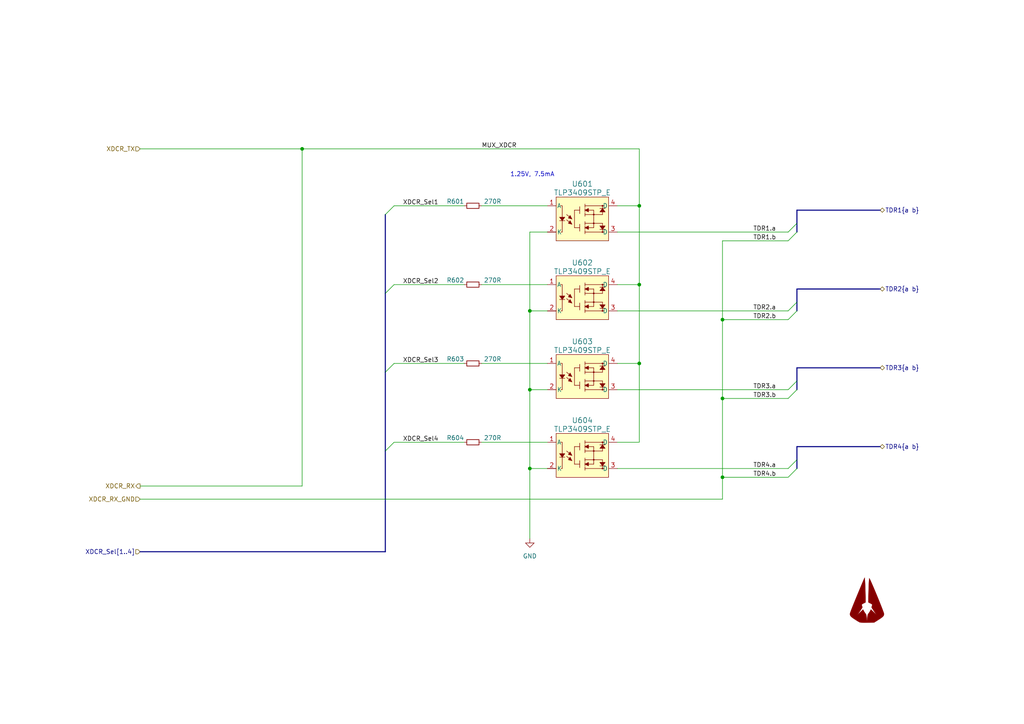
<source format=kicad_sch>
(kicad_sch (version 20230121) (generator eeschema)
  (paper "A4")
  (title_block (title "Velocity Sensor - Version 04") (date "2023-09-07") (rev "A") (company "Swiss Ocean Tech AG") (comment 1 "Designer: SNI, EVE"))
  (lib_symbols
    (symbol "Device:R_Small" (pin_numbers hide) (pin_names (offset 0.254) hide)
      (property "Reference" "R" (at 0.762 0.508 0))
      (property "Value" "R_Small" (at 0.762 -1.016 0))
      (symbol "R_Small_0_1"
        (rectangle (start -0.762 1.778) (end 0.762 -1.778) (stroke (width 0.2032)))
      )
      (symbol "R_Small_1_1"
        (pin passive line (at 0 2.54 270) (length 0.762) (name "~") (number "1"))
        (pin passive line (at 0 -2.54 90) (length 0.762) (name "~") (number "2"))
      )
    )
    (symbol "SOC_Logo:LOGO_AGU" (pin_names (offset 1.016))
      (symbol "LOGO_AGU_0_0"
        (polyline (pts (xy 0.0878 -6.5817) (xy 2.0806 -6.5616) (xy 3.3428 -5.7571) (xy 3.7441 -5.4975) (xy 4.1782 -5.1993) (xy 4.4948 -4.9505) (xy 4.7116 -4.7326) (xy 4.8463 -4.5267) (xy 4.9169 -4.3143) (xy 4.9409 -4.0766) (xy 4.9154 -3.9495) (xy 4.8325 -3.6865) (xy 4.6982 -3.3067) (xy 4.5188 -2.8254) (xy 4.3007 -2.2577) (xy 4.05 -1.619) (xy 3.7733 -0.9245) (xy 3.4766 -0.1893) (xy 3.1665 0.5711) (xy 2.8491 1.3417) (xy 2.5308 2.1072) (xy 2.2179 2.8523) (xy 1.9167 3.5617) (xy 1.6335 4.2204) (xy 1.3746 4.8129) (xy 1.1463 5.3242) (xy 0.9549 5.7389) (xy 0.8068 6.0417) (xy 0.7083 6.2176) (xy 0.6655 6.2512) (xy 0.6594 6.2245) (xy 0.6355 6.0296) (xy 0.609 5.6969) (xy 0.5808 5.2509) (xy 0.552 4.7161) (xy 0.5238 4.117) (xy 0.497 3.4782) (xy 0.4728 2.8243) (xy 0.4522 2.1797) (xy 0.4363 1.569) (xy 0.4261 1.0167) (xy 0.4226 0.5474) (xy 0.4233 -0.7256) (xy 0.9737 -0.997) (xy 1.0044 -1.0123) (xy 1.2673 -1.1558) (xy 1.4534 -1.2798) (xy 1.524 -1.3587) (xy 1.52 -1.3999) (xy 1.486 -1.5814) (xy 1.4284 -1.8285) (xy 1.3328 -2.2081) (xy 2.069 -3.3265) (xy 2.8051 -4.445) (xy 1.9857 -3.6149) (xy 1.8886 -3.5169) (xy 1.6022 -3.2321) (xy 1.368 -3.0054) (xy 1.2078 -2.8578) (xy 1.1438 -2.8106) (xy 1.1291 -2.8341) (xy 1.0553 -2.9712) (xy 0.9465 -3.1834) (xy 0.8709 -3.3218) (xy 0.6802 -3.628) (xy 0.4746 -3.9194) (xy 0.4606 -3.9379) (xy 0.328 -4.1239) (xy 0.241 -4.2924) (xy 0.1861 -4.4902) (xy 0.1499 -4.7638) (xy 0.1191 -5.1598) (xy 0.0991 -5.4109) (xy 0.0656 -5.7207) (xy 0.0311 -5.9327) (xy 0.0006 -6.0113) (xy -0.0192 -5.9745) (xy -0.0524 -5.8018) (xy -0.0859 -5.52) (xy -0.1147 -5.1648) (xy -0.1178 -5.1177) (xy -0.1471 -4.7382) (xy -0.1835 -4.476) (xy -0.2406 -4.2844) (xy -0.3319 -4.1161) (xy -0.4709 -3.9244) (xy -0.5847 -3.7681) (xy -0.7898 -3.4569) (xy -0.9465 -3.1834) (xy -1 -3.0781) (xy -1.0944 -2.8962) (xy -1.1401 -2.8143) (xy -1.1482 -2.8175) (xy -1.244 -2.8995) (xy -1.4299 -3.0744) (xy -1.6837 -3.3211) (xy -1.9833 -3.6186) (xy -2.8079 -4.445) (xy -2.0704 -3.3265) (xy -1.3329 -2.2081) (xy -1.4284 -1.8285) (xy -1.4555 -1.7172) (xy -1.5046 -1.4903) (xy -1.524 -1.3587) (xy -1.5232 -1.3532) (xy -1.4385 -1.2683) (xy -1.2425 -1.1411) (xy -0.9737 -0.997) (xy -0.4233 -0.7256) (xy -0.422 0.5474) (xy -0.4224 0.7045) (xy -0.4282 1.1676) (xy -0.4401 1.708) (xy -0.457 2.3034) (xy -0.478 2.9313) (xy -0.5022 3.5693) (xy -0.5285 4.195) (xy -0.556 4.7859) (xy -0.5837 5.3197) (xy -0.6106 5.7739) (xy -0.6359 6.1261) (xy -0.6584 6.3538) (xy -0.6772 6.4347) (xy -0.6851 6.4237) (xy -0.748 6.2919) (xy -0.8679 6.0213) (xy -1.0392 5.6251) (xy -1.2564 5.1162) (xy -1.5139 4.5075) (xy -1.8064 3.8121) (xy -2.1282 3.043) (xy -2.4739 2.213) (xy -2.838 1.3353) (xy -3.0126 0.9132) (xy -3.4507 -0.1505) (xy -3.8259 -1.0691) (xy -4.1412 -1.8502) (xy -4.3995 -2.5015) (xy -4.6039 -3.0306) (xy -4.7572 -3.4451) (xy -4.8625 -3.7527) (xy -4.9228 -3.9611) (xy -4.9409 -4.0779) (xy -4.9399 -4.1077) (xy -4.9062 -4.3573) (xy -4.8153 -4.583) (xy -4.6487 -4.8055) (xy -4.3879 -5.0452) (xy -4.0142 -5.3226) (xy -3.5091 -5.6582) (xy -3.3266 -5.7751) (xy -2.9347 -6.0221) (xy -2.588 -6.2356) (xy -2.3187 -6.3957) (xy -2.159 -6.4828) (xy -2.1376 -6.4921) (xy -2.0042 -6.5296) (xy -1.8028 -6.5568) (xy -1.5131 -6.5748) (xy -1.115 -6.5843) (xy -0.5881 -6.5863) (xy 0.0878 -6.5817)) (stroke (width 0.01)) (fill (type outline)))
      )
    )
    (symbol "SOC_Misc:TLP3409STP_E" (pin_names (offset 0.254))
      (property "Reference" "U" (at 7.62 3.81 0))
      (property "Value" "TLP3409STP_E" (at 7.62 1.27 0))
      (symbol "TLP3409STP_E_0_1"
        (polyline (pts (xy -2.54 -10.16) (xy 0 -10.16)))
        (polyline (pts (xy 0 -2.54) (xy 0 -2.54)))
        (polyline (pts (xy 1.016 -6.858) (xy 2.54 -6.858)))
        (polyline (pts (xy 1.7272 -2.5146) (xy 1.397 -2.5146)))
        (polyline (pts (xy 1.7526 -10.16) (xy 1.4224 -10.16)))
        (polyline (pts (xy 1.778 -10.16) (xy 1.778 -6.858)))
        (polyline (pts (xy 1.778 -2.54) (xy 1.778 -5.842)))
        (polyline (pts (xy 4.572 -7.874) (xy 3.048 -6.604)))
        (polyline (pts (xy 4.572 -6.35) (xy 3.048 -5.08)))
        (polyline (pts (xy 5.334 -3.81) (xy 5.334 -8.89)))
        (polyline (pts (xy 6.858 -8.89) (xy 5.334 -8.89)))
        (polyline (pts (xy 6.858 -7.874) (xy 6.858 -9.906)))
        (polyline (pts (xy 6.858 -3.81) (xy 5.334 -3.81)))
        (polyline (pts (xy 6.858 -2.794) (xy 6.858 -4.826)))
        (polyline (pts (xy 8.382 -10.16) (xy 13.4366 -10.16)))
        (polyline (pts (xy 8.382 -9.652) (xy 8.382 -10.668)))
        (polyline (pts (xy 8.382 -8.382) (xy 8.382 -9.398)))
        (polyline (pts (xy 8.382 -7.62) (xy 13.462 -7.62)))
        (polyline (pts (xy 8.382 -7.112) (xy 8.382 -8.128)))
        (polyline (pts (xy 8.382 -5.08) (xy 13.462 -5.08)))
        (polyline (pts (xy 8.382 -4.572) (xy 8.382 -5.588)))
        (polyline (pts (xy 8.382 -3.302) (xy 8.382 -4.318)))
        (polyline (pts (xy 8.382 -2.54) (xy 13.4366 -2.54)))
        (polyline (pts (xy 8.382 -2.032) (xy 8.382 -3.048)))
        (polyline (pts (xy 9.398 -8.89) (xy 10.922 -8.89)))
        (polyline (pts (xy 9.398 -3.81) (xy 10.922 -3.81)))
        (polyline (pts (xy 10.922 -3.81) (xy 10.922 -8.89)))
        (polyline (pts (xy 12.7 -9.398) (xy 14.224 -9.398)))
        (polyline (pts (xy 12.7 -3.302) (xy 14.224 -3.302)))
        (polyline (pts (xy 13.462 -9.398) (xy 13.462 -10.16)))
        (polyline (pts (xy 13.462 -7.62) (xy 13.462 -8.382)))
        (polyline (pts (xy 13.462 -4.318) (xy 13.462 -5.08)))
        (polyline (pts (xy 13.462 -2.54) (xy 13.462 -3.302)))
        (polyline (pts (xy 13.97 -10.16) (xy 13.6398 -10.16)))
        (polyline (pts (xy 13.97 -2.54) (xy 13.6398 -2.54)))
        (polyline (pts (xy 1.016 -5.842) (xy 1.016 -5.842) (xy 2.54 -5.842) (xy 1.778 -6.858) (xy 1.016 -5.842)) (fill (type outline)))
        (polyline (pts (xy 4.572 -7.874) (xy 4.572 -7.874) (xy 4.064 -6.858) (xy 3.556 -7.62) (xy 4.572 -7.874)) (fill (type outline)))
        (polyline (pts (xy 4.572 -6.35) (xy 4.572 -6.35) (xy 4.064 -5.334) (xy 3.556 -6.096) (xy 4.572 -6.35)) (fill (type outline)))
        (polyline (pts (xy 8.382 -8.89) (xy 8.382 -8.89) (xy 9.398 -8.382) (xy 9.398 -9.398) (xy 8.382 -8.89)) (fill (type outline)))
        (polyline (pts (xy 8.382 -3.81) (xy 8.382 -3.81) (xy 9.398 -3.302) (xy 9.398 -4.318) (xy 8.382 -3.81)) (fill (type outline)))
        (polyline (pts (xy 12.7 -8.382) (xy 12.7 -8.382) (xy 14.224 -8.382) (xy 13.462 -9.398) (xy 12.7 -8.382)) (fill (type outline)))
        (polyline (pts (xy 13.462 -3.302) (xy 13.462 -3.302) (xy 12.7 -4.318) (xy 14.224 -4.318) (xy 13.462 -3.302)) (fill (type outline)))
        (circle (center 10.922 -7.62) (radius 0.127) (stroke (width 0.254)))
        (circle (center 10.922 -5.08) (radius 0.127) (stroke (width 0.254)))
        (circle (center 13.462 -10.16) (radius 0.127) (stroke (width 0.254)))
        (circle (center 13.462 -2.54) (radius 0.127) (stroke (width 0.254)))
      )
      (symbol "TLP3409STP_E_1_1"
        (rectangle (start 0 0) (end 15.24 -12.7) (fill (type background)))
        (pin unspecified line (at -2.54 -2.54 0) (length 2.54) (name "A") (number "1"))
        (pin unspecified line (at -2.54 -10.16 0) (length 2.54) (name "K") (number "2"))
        (pin unspecified line (at 17.78 -10.16 180) (length 2.54) (name "D") (number "3"))
        (pin unspecified line (at 17.78 -2.54 180) (length 2.54) (name "D") (number "4"))
      )
    )
    (symbol "power:GND" (power) (pin_names (offset 0))
      (property "Value" "GND" (at 0 -3.81 0))
      (symbol "GND_0_1"
        (polyline (pts (xy 0 0) (xy 0 -1.27) (xy 1.27 -1.27) (xy 0 -2.54) (xy -1.27 -1.27) (xy 0 -1.27)))
      )
      (symbol "GND_1_1"
        (pin power_in line (at 0 0 270) (length 0) hide (name "GND") (number "1"))
      )
    )
  )
  (junction (at 209.55 92.71))
  (junction (at 153.67 90.17))
  (junction (at 209.55 138.43))
  (junction (at 185.42 82.55))
  (junction (at 153.67 113.03))
  (junction (at 185.42 59.69))
  (junction (at 87.63 43.18))
  (junction (at 209.55 115.57))
  (junction (at 153.67 135.89))
  (junction (at 185.42 105.41))
  (bus_entry (at 231.14 64.77) (size -2.54 2.54))
  (bus_entry (at 231.14 133.35) (size -2.54 2.54))
  (bus_entry (at 231.14 67.31) (size -2.54 2.54))
  (bus_entry (at 111.76 130.81) (size 2.54 -2.54))
  (bus_entry (at 111.76 85.09) (size 2.54 -2.54))
  (bus_entry (at 231.14 135.89) (size -2.54 2.54))
  (bus_entry (at 111.76 107.95) (size 2.54 -2.54))
  (bus_entry (at 231.14 87.63) (size -2.54 2.54))
  (bus_entry (at 231.14 110.49) (size -2.54 2.54))
  (bus_entry (at 231.14 113.03) (size -2.54 2.54))
  (bus_entry (at 111.76 62.23) (size 2.54 -2.54))
  (bus_entry (at 231.14 90.17) (size -2.54 2.54))
  (bus (pts (xy 255.27 106.68) (xy 231.14 106.68)))
  (wire (pts (xy 179.07 135.89) (xy 228.6 135.89)))
  (bus (pts (xy 111.76 130.81) (xy 111.76 160.02)))
  (wire (pts (xy 87.63 140.97) (xy 87.63 43.18)))
  (wire (pts (xy 179.07 113.03) (xy 228.6 113.03)))
  (bus (pts (xy 231.14 83.82) (xy 231.14 87.63)))
  (wire (pts (xy 153.67 135.89) (xy 158.75 135.89)))
  (wire (pts (xy 209.55 115.57) (xy 209.55 138.43)))
  (wire (pts (xy 185.42 59.69) (xy 185.42 43.18)))
  (wire (pts (xy 153.67 135.89) (xy 153.67 156.21)))
  (wire (pts (xy 185.42 128.27) (xy 185.42 105.41)))
  (bus (pts (xy 231.14 133.35) (xy 231.14 135.89)))
  (bus (pts (xy 111.76 85.09) (xy 111.76 107.95)))
  (wire (pts (xy 153.67 90.17) (xy 153.67 113.03)))
  (wire (pts (xy 40.64 144.78) (xy 209.55 144.78)))
  (bus (pts (xy 111.76 107.95) (xy 111.76 130.81)))
  (bus (pts (xy 231.14 60.96) (xy 231.14 64.77)))
  (wire (pts (xy 209.55 138.43) (xy 209.55 144.78)))
  (wire (pts (xy 139.7 128.27) (xy 158.75 128.27)))
  (wire (pts (xy 185.42 82.55) (xy 185.42 59.69)))
  (wire (pts (xy 114.3 105.41) (xy 134.62 105.41)))
  (wire (pts (xy 179.07 90.17) (xy 228.6 90.17)))
  (bus (pts (xy 231.14 64.77) (xy 231.14 67.31)))
  (wire (pts (xy 114.3 59.69) (xy 134.62 59.69)))
  (bus (pts (xy 255.27 129.54) (xy 231.14 129.54)))
  (wire (pts (xy 153.67 113.03) (xy 153.67 135.89)))
  (wire (pts (xy 179.07 105.41) (xy 185.42 105.41)))
  (wire (pts (xy 179.07 59.69) (xy 185.42 59.69)))
  (wire (pts (xy 209.55 69.85) (xy 209.55 92.71)))
  (bus (pts (xy 231.14 129.54) (xy 231.14 133.35)))
  (wire (pts (xy 114.3 128.27) (xy 134.62 128.27)))
  (wire (pts (xy 228.6 69.85) (xy 209.55 69.85)))
  (wire (pts (xy 114.3 82.55) (xy 134.62 82.55)))
  (wire (pts (xy 139.7 105.41) (xy 158.75 105.41)))
  (wire (pts (xy 209.55 92.71) (xy 209.55 115.57)))
  (wire (pts (xy 209.55 92.71) (xy 228.6 92.71)))
  (wire (pts (xy 153.67 90.17) (xy 158.75 90.17)))
  (wire (pts (xy 139.7 59.69) (xy 158.75 59.69)))
  (wire (pts (xy 179.07 128.27) (xy 185.42 128.27)))
  (bus (pts (xy 111.76 62.23) (xy 111.76 85.09)))
  (wire (pts (xy 209.55 115.57) (xy 228.6 115.57)))
  (bus (pts (xy 231.14 110.49) (xy 231.14 113.03)))
  (wire (pts (xy 158.75 67.31) (xy 153.67 67.31)))
  (wire (pts (xy 40.64 140.97) (xy 87.63 140.97)))
  (wire (pts (xy 153.67 113.03) (xy 158.75 113.03)))
  (bus (pts (xy 111.76 160.02) (xy 40.64 160.02)))
  (bus (pts (xy 231.14 106.68) (xy 231.14 110.49)))
  (wire (pts (xy 179.07 67.31) (xy 228.6 67.31)))
  (wire (pts (xy 40.64 43.18) (xy 87.63 43.18)))
  (bus (pts (xy 231.14 87.63) (xy 231.14 90.17)))
  (wire (pts (xy 153.67 67.31) (xy 153.67 90.17)))
  (wire (pts (xy 179.07 82.55) (xy 185.42 82.55)))
  (bus (pts (xy 255.27 60.96) (xy 231.14 60.96)))
  (bus (pts (xy 255.27 83.82) (xy 231.14 83.82)))
  (wire (pts (xy 139.7 82.55) (xy 158.75 82.55)))
  (wire (pts (xy 185.42 105.41) (xy 185.42 82.55)))
  (wire (pts (xy 209.55 138.43) (xy 228.6 138.43)))
  (wire (pts (xy 87.63 43.18) (xy 185.42 43.18)))
  (text "1.25V, 7.5mA\n" (at 147.955 51.435 0) (effects (font (size 1.27 1.27)) (justify left bottom)))
  (label "TDR2.a" (at 218.44 90.17 0))
  (label "XDCR_Sel4" (at 116.84 128.27 0))
  (label "TDR2.b" (at 218.44 92.71 0))
  (label "XDCR_Sel3" (at 116.84 105.41 0))
  (label "TDR3.b" (at 218.44 115.57 0))
  (label "TDR1.b" (at 218.44 69.85 0))
  (label "TDR1.a" (at 218.44 67.31 0))
  (label "MUX_XDCR" (at 139.7 43.18 0))
  (label "XDCR_Sel1" (at 116.84 59.69 0))
  (label "XDCR_Sel2" (at 116.84 82.55 0))
  (label "TDR4.a" (at 218.44 135.89 0))
  (label "TDR4.b" (at 218.44 138.43 0))
  (label "TDR3.a" (at 218.44 113.03 0))
  (hierarchical_label "TDR3{a b}" (shape bidirectional) (at 255.27 106.68 0))
  (hierarchical_label "XDCR_RX_GND" (shape input) (at 40.64 144.78 180))
  (hierarchical_label "XDCR_Sel[1..4]" (shape input) (at 40.64 160.02 180))
  (hierarchical_label "TDR4{a b}" (shape bidirectional) (at 255.27 129.54 0))
  (hierarchical_label "TDR2{a b}" (shape bidirectional) (at 255.27 83.82 0))
  (hierarchical_label "TDR1{a b}" (shape bidirectional) (at 255.27 60.96 0))
  (hierarchical_label "XDCR_TX" (shape input) (at 40.64 43.18 180))
  (hierarchical_label "XDCR_RX" (shape output) (at 40.64 140.97 180))
  (symbol (lib_id "SOC_Misc:TLP3409STP_E") (at 161.29 57.15 0) (unit 1)
    (property "Reference" "U601" (at 168.91 53.34 0) (effects (font (size 1.524 1.524))))
    (property "Value" "TLP3409STP_E" (at 168.91 55.88 0) (effects (font (size 1.524 1.524))))
    (property "Footprint" "SOC_SMD:TLP3409STP_E" (effects hide))
    (property "Datasheet" "https://toshiba.semicon-storage.com/info/TLP3409S_datasheet_en_20170303.pdf?did=57210&prodName=TLP3409S" (effects hide))
    (property "MPN" "TLP3409S(TP,E" (effects hide))
    (property "Mouser_PN" "757-TLP3409STPE" (effects hide))
    (property "Digikey_PN" "TLP3409S(TPECT-ND" (effects hide))
  )
  (symbol (lib_id "SOC_Misc:TLP3409STP_E") (at 161.29 102.87 0) (unit 1)
    (property "Reference" "U603" (at 168.91 99.06 0) (effects (font (size 1.524 1.524))))
    (property "Value" "TLP3409STP_E" (at 168.91 101.6 0) (effects (font (size 1.524 1.524))))
    (property "Footprint" "SOC_SMD:TLP3409STP_E" (effects hide))
    (property "Datasheet" "https://toshiba.semicon-storage.com/info/TLP3409S_datasheet_en_20170303.pdf?did=57210&prodName=TLP3409S" (effects hide))
    (property "MPN" "TLP3409S(TP,E" (effects hide))
    (property "Mouser_PN" "757-TLP3409STPE" (effects hide))
    (property "Digikey_PN" "TLP3409S(TPECT-ND" (effects hide))
  )
  (symbol (lib_id "Device:R_Small") (at 137.16 82.55 90) (unit 1)
    (property "Reference" "R602" (at 132.08 81.28 90))
    (property "Value" "270R" (at 142.875 81.28 90))
    (property "Footprint" "Resistor_SMD:R_0402_1005Metric" (effects hide))
    (property "MPN" "RMCF0402FT270R" (effects hide))
    (property "Digikey_PN" "RMCF0402FT270RCT-ND" (effects hide))
  )
  (symbol (lib_id "Device:R_Small") (at 137.16 105.41 90) (unit 1)
    (property "Reference" "R603" (at 132.08 104.14 90))
    (property "Value" "270R" (at 142.875 104.14 90))
    (property "Footprint" "Resistor_SMD:R_0402_1005Metric" (effects hide))
    (property "MPN" "RMCF0402FT270R" (effects hide))
    (property "Digikey_PN" "RMCF0402FT270RCT-ND" (effects hide))
  )
  (symbol (lib_id "SOC_Logo:LOGO_AGU") (at 251.46 173.99 0) (unit 1) (in_bom no)
    (property "Reference" "Logo601" (effects hide))
    (property "Value" "LOGO_AGU" (effects hide))
    (property "Footprint" "SOC_Logo:AGU_15mm" (effects hide))
  )
  (symbol (lib_id "Device:R_Small") (at 137.16 128.27 90) (unit 1)
    (property "Reference" "R604" (at 132.08 127 90))
    (property "Value" "270R" (at 142.875 127 90))
    (property "Footprint" "Resistor_SMD:R_0402_1005Metric" (effects hide))
    (property "MPN" "RMCF0402FT270R" (effects hide))
    (property "Digikey_PN" "RMCF0402FT270RCT-ND" (effects hide))
  )
  (symbol (lib_id "power:GND") (at 153.67 156.21 0) (unit 1)
    (property "Reference" "#PWR0601" (effects hide))
    (property "Value" "GND" (at 153.67 161.29 0))
  )
  (symbol (lib_id "SOC_Misc:TLP3409STP_E") (at 161.29 125.73 0) (unit 1)
    (property "Reference" "U604" (at 168.91 121.92 0) (effects (font (size 1.524 1.524))))
    (property "Value" "TLP3409STP_E" (at 168.91 124.46 0) (effects (font (size 1.524 1.524))))
    (property "Footprint" "SOC_SMD:TLP3409STP_E" (effects hide))
    (property "Datasheet" "https://toshiba.semicon-storage.com/info/TLP3409S_datasheet_en_20170303.pdf?did=57210&prodName=TLP3409S" (effects hide))
    (property "MPN" "TLP3409S(TP,E" (effects hide))
    (property "Mouser_PN" "757-TLP3409STPE" (effects hide))
    (property "Digikey_PN" "TLP3409S(TPECT-ND" (effects hide))
  )
  (symbol (lib_id "Device:R_Small") (at 137.16 59.69 90) (unit 1)
    (property "Reference" "R601" (at 132.08 58.42 90))
    (property "Value" "270R" (at 142.875 58.42 90))
    (property "Footprint" "Resistor_SMD:R_0402_1005Metric" (effects hide))
    (property "MPN" "RMCF0402FT270R" (effects hide))
    (property "Digikey_PN" "RMCF0402FT270RCT-ND" (effects hide))
  )
  (symbol (lib_id "SOC_Misc:TLP3409STP_E") (at 161.29 80.01 0) (unit 1)
    (property "Reference" "U602" (at 168.91 76.2 0) (effects (font (size 1.524 1.524))))
    (property "Value" "TLP3409STP_E" (at 168.91 78.74 0) (effects (font (size 1.524 1.524))))
    (property "Footprint" "SOC_SMD:TLP3409STP_E" (effects hide))
    (property "Datasheet" "https://toshiba.semicon-storage.com/info/TLP3409S_datasheet_en_20170303.pdf?did=57210&prodName=TLP3409S" (effects hide))
    (property "MPN" "TLP3409S(TP,E" (effects hide))
    (property "Mouser_PN" "757-TLP3409STPE" (effects hide))
    (property "Digikey_PN" "TLP3409S(TPECT-ND" (effects hide))
  )
)
</source>
